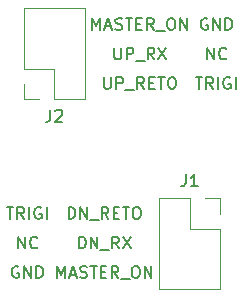
<source format=gto>
%TF.GenerationSoftware,KiCad,Pcbnew,5.1.7-a382d34a8~88~ubuntu18.04.1*%
%TF.CreationDate,2021-10-30T16:32:31+02:00*%
%TF.ProjectId,main_pcb_adapter,6d61696e-5f70-4636-925f-616461707465,rev?*%
%TF.SameCoordinates,PX5f5e100PY6b49d20*%
%TF.FileFunction,Legend,Top*%
%TF.FilePolarity,Positive*%
%FSLAX46Y46*%
G04 Gerber Fmt 4.6, Leading zero omitted, Abs format (unit mm)*
G04 Created by KiCad (PCBNEW 5.1.7-a382d34a8~88~ubuntu18.04.1) date 2021-10-30 16:32:31*
%MOMM*%
%LPD*%
G01*
G04 APERTURE LIST*
%ADD10C,0.150000*%
%ADD11C,0.120000*%
G04 APERTURE END LIST*
D10*
X-2500000Y10047620D02*
X-2500000Y11047620D01*
X-2166667Y10333334D01*
X-1833334Y11047620D01*
X-1833334Y10047620D01*
X-1404762Y10333334D02*
X-928572Y10333334D01*
X-1500000Y10047620D02*
X-1166667Y11047620D01*
X-833334Y10047620D01*
X-547620Y10095239D02*
X-404762Y10047620D01*
X-166667Y10047620D01*
X-71429Y10095239D01*
X-23810Y10142858D01*
X23809Y10238096D01*
X23809Y10333334D01*
X-23810Y10428572D01*
X-71429Y10476191D01*
X-166667Y10523810D01*
X-357143Y10571429D01*
X-452381Y10619048D01*
X-500000Y10666667D01*
X-547620Y10761905D01*
X-547620Y10857143D01*
X-500000Y10952381D01*
X-452381Y11000000D01*
X-357143Y11047620D01*
X-119048Y11047620D01*
X23809Y11000000D01*
X309523Y11047620D02*
X880952Y11047620D01*
X595238Y10047620D02*
X595238Y11047620D01*
X1214285Y10571429D02*
X1547619Y10571429D01*
X1690476Y10047620D02*
X1214285Y10047620D01*
X1214285Y11047620D01*
X1690476Y11047620D01*
X2690476Y10047620D02*
X2357142Y10523810D01*
X2119047Y10047620D02*
X2119047Y11047620D01*
X2500000Y11047620D01*
X2595238Y11000000D01*
X2642857Y10952381D01*
X2690476Y10857143D01*
X2690476Y10714286D01*
X2642857Y10619048D01*
X2595238Y10571429D01*
X2500000Y10523810D01*
X2119047Y10523810D01*
X2880952Y9952381D02*
X3642857Y9952381D01*
X4071428Y11047620D02*
X4261904Y11047620D01*
X4357142Y11000000D01*
X4452380Y10904762D01*
X4500000Y10714286D01*
X4500000Y10380953D01*
X4452380Y10190477D01*
X4357142Y10095239D01*
X4261904Y10047620D01*
X4071428Y10047620D01*
X3976190Y10095239D01*
X3880952Y10190477D01*
X3833333Y10380953D01*
X3833333Y10714286D01*
X3880952Y10904762D01*
X3976190Y11000000D01*
X4071428Y11047620D01*
X4928571Y10047620D02*
X4928571Y11047620D01*
X5500000Y10047620D01*
X5500000Y11047620D01*
X-642858Y8547620D02*
X-642858Y7738096D01*
X-595239Y7642858D01*
X-547620Y7595239D01*
X-452381Y7547620D01*
X-261905Y7547620D01*
X-166667Y7595239D01*
X-119048Y7642858D01*
X-71429Y7738096D01*
X-71429Y8547620D01*
X404761Y7547620D02*
X404761Y8547620D01*
X785714Y8547620D01*
X880952Y8500000D01*
X928571Y8452381D01*
X976190Y8357143D01*
X976190Y8214286D01*
X928571Y8119048D01*
X880952Y8071429D01*
X785714Y8023810D01*
X404761Y8023810D01*
X1166666Y7452381D02*
X1928571Y7452381D01*
X2738095Y7547620D02*
X2404761Y8023810D01*
X2166666Y7547620D02*
X2166666Y8547620D01*
X2547619Y8547620D01*
X2642857Y8500000D01*
X2690476Y8452381D01*
X2738095Y8357143D01*
X2738095Y8214286D01*
X2690476Y8119048D01*
X2642857Y8071429D01*
X2547619Y8023810D01*
X2166666Y8023810D01*
X3071428Y8547620D02*
X3738095Y7547620D01*
X3738095Y8547620D02*
X3071428Y7547620D01*
X-1523810Y6047620D02*
X-1523810Y5238096D01*
X-1476191Y5142858D01*
X-1428572Y5095239D01*
X-1333334Y5047620D01*
X-1142858Y5047620D01*
X-1047620Y5095239D01*
X-1000000Y5142858D01*
X-952381Y5238096D01*
X-952381Y6047620D01*
X-476191Y5047620D02*
X-476191Y6047620D01*
X-95239Y6047620D01*
X0Y6000000D01*
X47619Y5952381D01*
X95238Y5857143D01*
X95238Y5714286D01*
X47619Y5619048D01*
X0Y5571429D01*
X-95239Y5523810D01*
X-476191Y5523810D01*
X285714Y4952381D02*
X1047619Y4952381D01*
X1857142Y5047620D02*
X1523809Y5523810D01*
X1285714Y5047620D02*
X1285714Y6047620D01*
X1666666Y6047620D01*
X1761904Y6000000D01*
X1809523Y5952381D01*
X1857142Y5857143D01*
X1857142Y5714286D01*
X1809523Y5619048D01*
X1761904Y5571429D01*
X1666666Y5523810D01*
X1285714Y5523810D01*
X2285714Y5571429D02*
X2619047Y5571429D01*
X2761904Y5047620D02*
X2285714Y5047620D01*
X2285714Y6047620D01*
X2761904Y6047620D01*
X3047619Y6047620D02*
X3619047Y6047620D01*
X3333333Y5047620D02*
X3333333Y6047620D01*
X4142857Y6047620D02*
X4333333Y6047620D01*
X4428571Y6000000D01*
X4523809Y5904762D01*
X4571428Y5714286D01*
X4571428Y5380953D01*
X4523809Y5190477D01*
X4428571Y5095239D01*
X4333333Y5047620D01*
X4142857Y5047620D01*
X4047619Y5095239D01*
X3952380Y5190477D01*
X3904761Y5380953D01*
X3904761Y5714286D01*
X3952380Y5904762D01*
X4047619Y6000000D01*
X4142857Y6047620D01*
X6238095Y6047620D02*
X6809523Y6047620D01*
X6523809Y5047620D02*
X6523809Y6047620D01*
X7714285Y5047620D02*
X7380952Y5523810D01*
X7142857Y5047620D02*
X7142857Y6047620D01*
X7523809Y6047620D01*
X7619047Y6000000D01*
X7666666Y5952381D01*
X7714285Y5857143D01*
X7714285Y5714286D01*
X7666666Y5619048D01*
X7619047Y5571429D01*
X7523809Y5523810D01*
X7142857Y5523810D01*
X8142857Y5047620D02*
X8142857Y6047620D01*
X9142857Y6000000D02*
X9047619Y6047620D01*
X8904761Y6047620D01*
X8761904Y6000000D01*
X8666666Y5904762D01*
X8619047Y5809524D01*
X8571428Y5619048D01*
X8571428Y5476191D01*
X8619047Y5285715D01*
X8666666Y5190477D01*
X8761904Y5095239D01*
X8904761Y5047620D01*
X9000000Y5047620D01*
X9142857Y5095239D01*
X9190476Y5142858D01*
X9190476Y5476191D01*
X9000000Y5476191D01*
X9619047Y5047620D02*
X9619047Y6047620D01*
X7214285Y7547620D02*
X7214285Y8547620D01*
X7785714Y7547620D01*
X7785714Y8547620D01*
X8833333Y7642858D02*
X8785714Y7595239D01*
X8642857Y7547620D01*
X8547619Y7547620D01*
X8404761Y7595239D01*
X8309523Y7690477D01*
X8261904Y7785715D01*
X8214285Y7976191D01*
X8214285Y8119048D01*
X8261904Y8309524D01*
X8309523Y8404762D01*
X8404761Y8500000D01*
X8547619Y8547620D01*
X8642857Y8547620D01*
X8785714Y8500000D01*
X8833333Y8452381D01*
X7238095Y11000000D02*
X7142857Y11047620D01*
X7000000Y11047620D01*
X6857142Y11000000D01*
X6761904Y10904762D01*
X6714285Y10809524D01*
X6666666Y10619048D01*
X6666666Y10476191D01*
X6714285Y10285715D01*
X6761904Y10190477D01*
X6857142Y10095239D01*
X7000000Y10047620D01*
X7095238Y10047620D01*
X7238095Y10095239D01*
X7285714Y10142858D01*
X7285714Y10476191D01*
X7095238Y10476191D01*
X7714285Y10047620D02*
X7714285Y11047620D01*
X8285714Y10047620D01*
X8285714Y11047620D01*
X8761904Y10047620D02*
X8761904Y11047620D01*
X9000000Y11047620D01*
X9142857Y11000000D01*
X9238095Y10904762D01*
X9285714Y10809524D01*
X9333333Y10619048D01*
X9333333Y10476191D01*
X9285714Y10285715D01*
X9238095Y10190477D01*
X9142857Y10095239D01*
X9000000Y10047620D01*
X8761904Y10047620D01*
X-8785715Y-8452380D02*
X-8785715Y-7452380D01*
X-8214286Y-8452380D01*
X-8214286Y-7452380D01*
X-7166667Y-8357142D02*
X-7214286Y-8404761D01*
X-7357143Y-8452380D01*
X-7452381Y-8452380D01*
X-7595239Y-8404761D01*
X-7690477Y-8309523D01*
X-7738096Y-8214285D01*
X-7785715Y-8023809D01*
X-7785715Y-7880952D01*
X-7738096Y-7690476D01*
X-7690477Y-7595238D01*
X-7595239Y-7500000D01*
X-7452381Y-7452380D01*
X-7357143Y-7452380D01*
X-7214286Y-7500000D01*
X-7166667Y-7547619D01*
X-8761905Y-10000000D02*
X-8857143Y-9952380D01*
X-9000000Y-9952380D01*
X-9142858Y-10000000D01*
X-9238096Y-10095238D01*
X-9285715Y-10190476D01*
X-9333334Y-10380952D01*
X-9333334Y-10523809D01*
X-9285715Y-10714285D01*
X-9238096Y-10809523D01*
X-9142858Y-10904761D01*
X-9000000Y-10952380D01*
X-8904762Y-10952380D01*
X-8761905Y-10904761D01*
X-8714286Y-10857142D01*
X-8714286Y-10523809D01*
X-8904762Y-10523809D01*
X-8285715Y-10952380D02*
X-8285715Y-9952380D01*
X-7714286Y-10952380D01*
X-7714286Y-9952380D01*
X-7238096Y-10952380D02*
X-7238096Y-9952380D01*
X-7000000Y-9952380D01*
X-6857143Y-10000000D01*
X-6761905Y-10095238D01*
X-6714286Y-10190476D01*
X-6666667Y-10380952D01*
X-6666667Y-10523809D01*
X-6714286Y-10714285D01*
X-6761905Y-10809523D01*
X-6857143Y-10904761D01*
X-7000000Y-10952380D01*
X-7238096Y-10952380D01*
X-5500000Y-10952380D02*
X-5500000Y-9952380D01*
X-5166667Y-10666666D01*
X-4833334Y-9952380D01*
X-4833334Y-10952380D01*
X-4404762Y-10666666D02*
X-3928572Y-10666666D01*
X-4500000Y-10952380D02*
X-4166667Y-9952380D01*
X-3833334Y-10952380D01*
X-3547620Y-10904761D02*
X-3404762Y-10952380D01*
X-3166667Y-10952380D01*
X-3071429Y-10904761D01*
X-3023810Y-10857142D01*
X-2976191Y-10761904D01*
X-2976191Y-10666666D01*
X-3023810Y-10571428D01*
X-3071429Y-10523809D01*
X-3166667Y-10476190D01*
X-3357143Y-10428571D01*
X-3452381Y-10380952D01*
X-3500000Y-10333333D01*
X-3547620Y-10238095D01*
X-3547620Y-10142857D01*
X-3500000Y-10047619D01*
X-3452381Y-10000000D01*
X-3357143Y-9952380D01*
X-3119048Y-9952380D01*
X-2976191Y-10000000D01*
X-2690477Y-9952380D02*
X-2119048Y-9952380D01*
X-2404762Y-10952380D02*
X-2404762Y-9952380D01*
X-1785715Y-10428571D02*
X-1452381Y-10428571D01*
X-1309524Y-10952380D02*
X-1785715Y-10952380D01*
X-1785715Y-9952380D01*
X-1309524Y-9952380D01*
X-309524Y-10952380D02*
X-642858Y-10476190D01*
X-880953Y-10952380D02*
X-880953Y-9952380D01*
X-500000Y-9952380D01*
X-404762Y-10000000D01*
X-357143Y-10047619D01*
X-309524Y-10142857D01*
X-309524Y-10285714D01*
X-357143Y-10380952D01*
X-404762Y-10428571D01*
X-500000Y-10476190D01*
X-880953Y-10476190D01*
X-119048Y-11047619D02*
X642857Y-11047619D01*
X1071428Y-9952380D02*
X1261904Y-9952380D01*
X1357142Y-10000000D01*
X1452380Y-10095238D01*
X1500000Y-10285714D01*
X1500000Y-10619047D01*
X1452380Y-10809523D01*
X1357142Y-10904761D01*
X1261904Y-10952380D01*
X1071428Y-10952380D01*
X976190Y-10904761D01*
X880952Y-10809523D01*
X833333Y-10619047D01*
X833333Y-10285714D01*
X880952Y-10095238D01*
X976190Y-10000000D01*
X1071428Y-9952380D01*
X1928571Y-10952380D02*
X1928571Y-9952380D01*
X2500000Y-10952380D01*
X2500000Y-9952380D01*
X-3642858Y-8452380D02*
X-3642858Y-7452380D01*
X-3404762Y-7452380D01*
X-3261905Y-7500000D01*
X-3166667Y-7595238D01*
X-3119048Y-7690476D01*
X-3071429Y-7880952D01*
X-3071429Y-8023809D01*
X-3119048Y-8214285D01*
X-3166667Y-8309523D01*
X-3261905Y-8404761D01*
X-3404762Y-8452380D01*
X-3642858Y-8452380D01*
X-2642858Y-8452380D02*
X-2642858Y-7452380D01*
X-2071429Y-8452380D01*
X-2071429Y-7452380D01*
X-1833334Y-8547619D02*
X-1071429Y-8547619D01*
X-261905Y-8452380D02*
X-595239Y-7976190D01*
X-833334Y-8452380D02*
X-833334Y-7452380D01*
X-452381Y-7452380D01*
X-357143Y-7500000D01*
X-309524Y-7547619D01*
X-261905Y-7642857D01*
X-261905Y-7785714D01*
X-309524Y-7880952D01*
X-357143Y-7928571D01*
X-452381Y-7976190D01*
X-833334Y-7976190D01*
X71428Y-7452380D02*
X738095Y-8452380D01*
X738095Y-7452380D02*
X71428Y-8452380D01*
X-4523810Y-5952380D02*
X-4523810Y-4952380D01*
X-4285715Y-4952380D01*
X-4142858Y-5000000D01*
X-4047620Y-5095238D01*
X-4000000Y-5190476D01*
X-3952381Y-5380952D01*
X-3952381Y-5523809D01*
X-4000000Y-5714285D01*
X-4047620Y-5809523D01*
X-4142858Y-5904761D01*
X-4285715Y-5952380D01*
X-4523810Y-5952380D01*
X-3523810Y-5952380D02*
X-3523810Y-4952380D01*
X-2952381Y-5952380D01*
X-2952381Y-4952380D01*
X-2714286Y-6047619D02*
X-1952381Y-6047619D01*
X-1142858Y-5952380D02*
X-1476191Y-5476190D01*
X-1714286Y-5952380D02*
X-1714286Y-4952380D01*
X-1333334Y-4952380D01*
X-1238096Y-5000000D01*
X-1190477Y-5047619D01*
X-1142858Y-5142857D01*
X-1142858Y-5285714D01*
X-1190477Y-5380952D01*
X-1238096Y-5428571D01*
X-1333334Y-5476190D01*
X-1714286Y-5476190D01*
X-714286Y-5428571D02*
X-380953Y-5428571D01*
X-238096Y-5952380D02*
X-714286Y-5952380D01*
X-714286Y-4952380D01*
X-238096Y-4952380D01*
X47619Y-4952380D02*
X619047Y-4952380D01*
X333333Y-5952380D02*
X333333Y-4952380D01*
X1142857Y-4952380D02*
X1333333Y-4952380D01*
X1428571Y-5000000D01*
X1523809Y-5095238D01*
X1571428Y-5285714D01*
X1571428Y-5619047D01*
X1523809Y-5809523D01*
X1428571Y-5904761D01*
X1333333Y-5952380D01*
X1142857Y-5952380D01*
X1047619Y-5904761D01*
X952380Y-5809523D01*
X904761Y-5619047D01*
X904761Y-5285714D01*
X952380Y-5095238D01*
X1047619Y-5000000D01*
X1142857Y-4952380D01*
X-9761905Y-4952380D02*
X-9190477Y-4952380D01*
X-9476191Y-5952380D02*
X-9476191Y-4952380D01*
X-8285715Y-5952380D02*
X-8619048Y-5476190D01*
X-8857143Y-5952380D02*
X-8857143Y-4952380D01*
X-8476191Y-4952380D01*
X-8380953Y-5000000D01*
X-8333334Y-5047619D01*
X-8285715Y-5142857D01*
X-8285715Y-5285714D01*
X-8333334Y-5380952D01*
X-8380953Y-5428571D01*
X-8476191Y-5476190D01*
X-8857143Y-5476190D01*
X-7857143Y-5952380D02*
X-7857143Y-4952380D01*
X-6857143Y-5000000D02*
X-6952381Y-4952380D01*
X-7095239Y-4952380D01*
X-7238096Y-5000000D01*
X-7333334Y-5095238D01*
X-7380953Y-5190476D01*
X-7428572Y-5380952D01*
X-7428572Y-5523809D01*
X-7380953Y-5714285D01*
X-7333334Y-5809523D01*
X-7238096Y-5904761D01*
X-7095239Y-5952380D01*
X-7000000Y-5952380D01*
X-6857143Y-5904761D01*
X-6809524Y-5857142D01*
X-6809524Y-5523809D01*
X-7000000Y-5523809D01*
X-6380953Y-5952380D02*
X-6380953Y-4952380D01*
D11*
%TO.C,J1*%
X3130000Y-4170000D02*
X5730000Y-4170000D01*
X3130000Y-4170000D02*
X3130000Y-11910000D01*
X3130000Y-11910000D02*
X8330000Y-11910000D01*
X8330000Y-6770000D02*
X8330000Y-11910000D01*
X5730000Y-6770000D02*
X8330000Y-6770000D01*
X5730000Y-4170000D02*
X5730000Y-6770000D01*
X8330000Y-4170000D02*
X8330000Y-5500000D01*
X7000000Y-4170000D02*
X8330000Y-4170000D01*
%TO.C,J2*%
X-3130000Y4170000D02*
X-5730000Y4170000D01*
X-3130000Y4170000D02*
X-3130000Y11910000D01*
X-3130000Y11910000D02*
X-8330000Y11910000D01*
X-8330000Y6770000D02*
X-8330000Y11910000D01*
X-5730000Y6770000D02*
X-8330000Y6770000D01*
X-5730000Y4170000D02*
X-5730000Y6770000D01*
X-8330000Y4170000D02*
X-8330000Y5500000D01*
X-7000000Y4170000D02*
X-8330000Y4170000D01*
%TO.C,J1*%
D10*
X5396666Y-2182380D02*
X5396666Y-2896666D01*
X5349047Y-3039523D01*
X5253809Y-3134761D01*
X5110952Y-3182380D01*
X5015714Y-3182380D01*
X6396666Y-3182380D02*
X5825238Y-3182380D01*
X6110952Y-3182380D02*
X6110952Y-2182380D01*
X6015714Y-2325238D01*
X5920476Y-2420476D01*
X5825238Y-2468095D01*
%TO.C,J2*%
X-6063334Y3277620D02*
X-6063334Y2563334D01*
X-6110953Y2420477D01*
X-6206191Y2325239D01*
X-6349048Y2277620D01*
X-6444286Y2277620D01*
X-5634762Y3182381D02*
X-5587143Y3230000D01*
X-5491905Y3277620D01*
X-5253810Y3277620D01*
X-5158572Y3230000D01*
X-5110953Y3182381D01*
X-5063334Y3087143D01*
X-5063334Y2991905D01*
X-5110953Y2849048D01*
X-5682381Y2277620D01*
X-5063334Y2277620D01*
%TD*%
M02*

</source>
